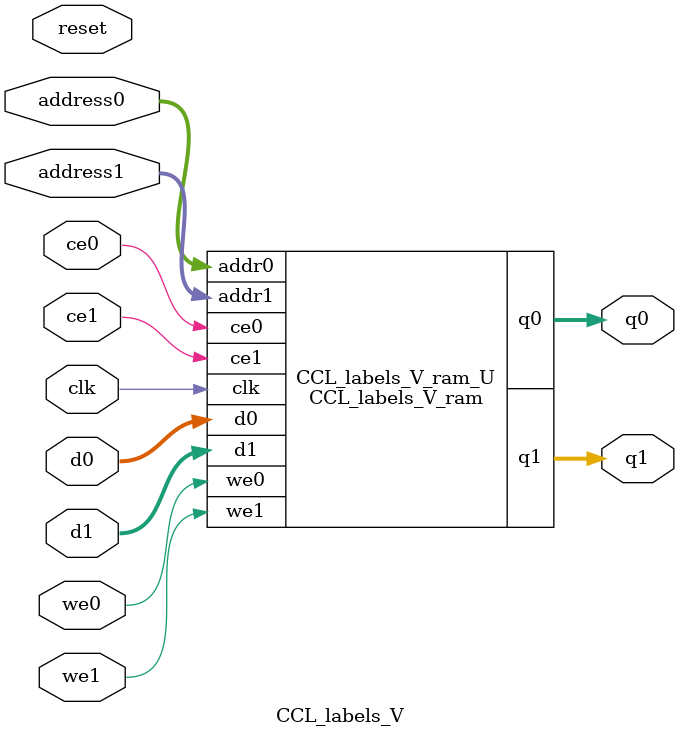
<source format=v>
`timescale 1 ns / 1 ps
module CCL_labels_V_ram (addr0, ce0, d0, we0, q0, addr1, ce1, d1, we1, q1,  clk);

parameter DWIDTH = 32;
parameter AWIDTH = 13;
parameter MEM_SIZE = 7000;

input[AWIDTH-1:0] addr0;
input ce0;
input[DWIDTH-1:0] d0;
input we0;
output reg[DWIDTH-1:0] q0;
input[AWIDTH-1:0] addr1;
input ce1;
input[DWIDTH-1:0] d1;
input we1;
output reg[DWIDTH-1:0] q1;
input clk;

(* ram_style = "block" *)reg [DWIDTH-1:0] ram[0:MEM_SIZE-1];




always @(posedge clk)  
begin 
    if (ce0) begin
        if (we0) 
            ram[addr0] <= d0; 
        q0 <= ram[addr0];
    end
end


always @(posedge clk)  
begin 
    if (ce1) begin
        if (we1) 
            ram[addr1] <= d1; 
        q1 <= ram[addr1];
    end
end


endmodule

`timescale 1 ns / 1 ps
module CCL_labels_V(
    reset,
    clk,
    address0,
    ce0,
    we0,
    d0,
    q0,
    address1,
    ce1,
    we1,
    d1,
    q1);

parameter DataWidth = 32'd32;
parameter AddressRange = 32'd7000;
parameter AddressWidth = 32'd13;
input reset;
input clk;
input[AddressWidth - 1:0] address0;
input ce0;
input we0;
input[DataWidth - 1:0] d0;
output[DataWidth - 1:0] q0;
input[AddressWidth - 1:0] address1;
input ce1;
input we1;
input[DataWidth - 1:0] d1;
output[DataWidth - 1:0] q1;



CCL_labels_V_ram CCL_labels_V_ram_U(
    .clk( clk ),
    .addr0( address0 ),
    .ce0( ce0 ),
    .we0( we0 ),
    .d0( d0 ),
    .q0( q0 ),
    .addr1( address1 ),
    .ce1( ce1 ),
    .we1( we1 ),
    .d1( d1 ),
    .q1( q1 ));

endmodule


</source>
